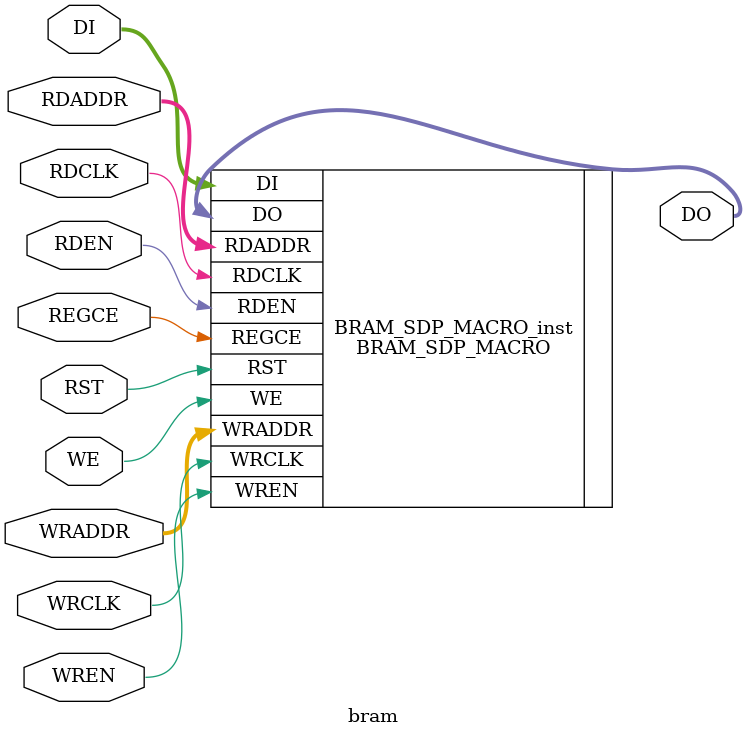
<source format=v>
`timescale 1ns / 1ps
module bram(
	input wire [7:0] DI,
	input wire [10:0] RDADDR,
	input wire RDCLK,
	input wire REGCE,
	input wire RST,
	input wire WE,
	input wire RDEN,
	input wire [10:0] WRADDR,
	input wire WRCLK,
	input wire WREN,
	output wire [7:0] DO
);

// BRAM_SDP_MACRO : In order to incorporate this function into the design,
//   Verilog   : the forllowing instance declaration needs to be placed
//  instance   : in the body of the design code.  The instance name
// declaration : (BRAM_SDP_MACRO_inst) and/or the port declarations within the
//    code     : parenthesis may be changed to properly reference and
//             : connect this function to the design.  All inputs
//             : and outputs must be connected.

//  <-----Cut code below this line---->

   // BRAM_SDP_MACRO: Simple Dual Port RAM
   //                 Spartan-6
   // Xilinx HDL Language Template, version 14.7
   
   ///////////////////////////////////////////////////////////////////////
   //  READ_WIDTH | BRAM_SIZE | READ Depth  | RDADDR Width |            //
   // WRITE_WIDTH |           | WRITE Depth | WRADDR Width |  WE Width  //
   // ============|===========|=============|==============|============//
   //    19-36    |  "18Kb"   |      512    |     9-bit    |    4-bit   //
   //    10-18    |  "18Kb"   |     1024    |    10-bit    |    2-bit   //
   //    10-18    |   "9Kb"   |      512    |     9-bit    |    2-bit   //
   //     5-9     |  "18Kb"   |     2048    |    11-bit    |    1-bit   //
   //     5-9     |   "9Kb"   |     1024    |    10-bit    |    1-bit   //
   //     3-4     |  "18Kb"   |     4096    |    12-bit    |    1-bit   //
   //     3-4     |   "9Kb"   |     2048    |    11-bit    |    1-bit   //
   //       2     |  "18Kb"   |     8192    |    13-bit    |    1-bit   //
   //       2     |  " 9Kb"   |     4096    |    12-bit    |    1-bit   //
   //       1     |  "18Kb"   |    16384    |    14-bit    |    1-bit   //
   //       1     |   "9Kb"   |     8192    |    13-bit    |    1-bit   //
   ///////////////////////////////////////////////////////////////////////

   BRAM_SDP_MACRO #(
      .BRAM_SIZE("18Kb"), // Target BRAM, "9Kb" or "18Kb" 
      .DEVICE("SPARTAN6"), // Target device: "VIRTEX5", "VIRTEX6", "SPARTAN6" 
      .WRITE_WIDTH(8),    // Valid values are 1-36
      .READ_WIDTH(8),     // Valid values are 1-36
      .DO_REG(1),         // Optional output register (0 or 1)
      .INIT_FILE ("NONE"),
      .SIM_COLLISION_CHECK ("ALL"), // Collision check enable "ALL", "WARNING_ONLY", 
                                    //   "GENERATE_X_ONLY" or "NONE" 
      .SRVAL(72'h000000000000000000), // Set/Reset value for port output
      .INIT(72'h000000000000000000),  // Initial values on output port
      .INIT_00(256'hfedc000000000000000000000000000000000000000000000000000000abcdef),
      .INIT_01(256'h0000000000000000000000000000000000000000000000000000000000000000),
      .INIT_02(256'h0000000000000000000000000000000000000000000000000000000000000000),
      .INIT_03(256'h0000000000000000000000000000000000000000000000000000000000000000),
      .INIT_04(256'h0000000000000000000000000000000000000000000000000000000000000000),
      .INIT_05(256'h0000000000000000000000000000000000000000000000000000000000000000),
      .INIT_06(256'h0000000000000000000000000000000000000000000000000000000000000000),
      .INIT_07(256'h0000000000000000000000000000000000000000000000000000000000000000),
      .INIT_08(256'h0000000000000000000000000000000000000000000000000000000000000000),
      .INIT_09(256'h0000000000000000000000000000000000000000000000000000000000000000),
      .INIT_0A(256'h0000000000000000000000000000000000000000000000000000000000000000),
      .INIT_0B(256'h0000000000000000000000000000000000000000000000000000000000000000),
      .INIT_0C(256'h0000000000000000000000000000000000000000000000000000000000000000),
      .INIT_0D(256'h0000000000000000000000000000000000000000000000000000000000000000),
      .INIT_0E(256'h0000000000000000000000000000000000000000000000000000000000000000),
      .INIT_0F(256'h0000000000000000000000000000000000000000000000000000000000000000),
      .INIT_10(256'h0000000000000000000000000000000000000000000000000000000000000000),
      .INIT_11(256'h0000000000000000000000000000000000000000000000000000000000000000),
      .INIT_12(256'h0000000000000000000000000000000000000000000000000000000000000000),
      .INIT_13(256'h0000000000000000000000000000000000000000000000000000000000000000),
      .INIT_14(256'h0000000000000000000000000000000000000000000000000000000000000000),
      .INIT_15(256'h0000000000000000000000000000000000000000000000000000000000000000),
      .INIT_16(256'h0000000000000000000000000000000000000000000000000000000000000000),
      .INIT_17(256'h0000000000000000000000000000000000000000000000000000000000000000),
      .INIT_18(256'h0000000000000000000000000000000000000000000000000000000000000000),
      .INIT_19(256'h0000000000000000000000000000000000000000000000000000000000000000),
      .INIT_1A(256'h0000000000000000000000000000000000000000000000000000000000000000),
      .INIT_1B(256'h0000000000000000000000000000000000000000000000000000000000000000),
      .INIT_1C(256'h0000000000000000000000000000000000000000000000000000000000000000),
      .INIT_1D(256'h0000000000000000000000000000000000000000000000000000000000000000),
      .INIT_1E(256'h0000000000000000000000000000000000000000000000000000000000000000),
      .INIT_1F(256'h0000000000000000000000000000000000000000000000000000000000000000),
            
      // The next set of INIT_xx are for "18Kb" configuration only
      .INIT_20(256'h0000000000000000000000000000000000000000000000000000000000000000),
      .INIT_21(256'h0000000000000000000000000000000000000000000000000000000000000000),
      .INIT_22(256'h0000000000000000000000000000000000000000000000000000000000000000),
      .INIT_23(256'h0000000000000000000000000000000000000000000000000000000000000000),
      .INIT_24(256'h0000000000000000000000000000000000000000000000000000000000000000),
      .INIT_25(256'h0000000000000000000000000000000000000000000000000000000000000000),
      .INIT_26(256'h0000000000000000000000000000000000000000000000000000000000000000),
      .INIT_27(256'h0000000000000000000000000000000000000000000000000000000000000000),
      .INIT_28(256'h0000000000000000000000000000000000000000000000000000000000000000),
      .INIT_29(256'h0000000000000000000000000000000000000000000000000000000000000000),
      .INIT_2A(256'h0000000000000000000000000000000000000000000000000000000000000000),
      .INIT_2B(256'h0000000000000000000000000000000000000000000000000000000000000000),
      .INIT_2C(256'h0000000000000000000000000000000000000000000000000000000000000000),
      .INIT_2D(256'h0000000000000000000000000000000000000000000000000000000000000000),
      .INIT_2E(256'h0000000000000000000000000000000000000000000000000000000000000000),
      .INIT_2F(256'h0000000000000000000000000000000000000000000000000000000000000000),
      .INIT_30(256'h0000000000000000000000000000000000000000000000000000000000000000),
      .INIT_31(256'h0000000000000000000000000000000000000000000000000000000000000000),
      .INIT_32(256'h0000000000000000000000000000000000000000000000000000000000000000),
      .INIT_33(256'h0000000000000000000000000000000000000000000000000000000000000000),
      .INIT_34(256'h0000000000000000000000000000000000000000000000000000000000000000),
      .INIT_35(256'h0000000000000000000000000000000000000000000000000000000000000000),
      .INIT_36(256'h0000000000000000000000000000000000000000000000000000000000000000),
      .INIT_37(256'h0000000000000000000000000000000000000000000000000000000000000000),
      .INIT_38(256'h0000000000000000000000000000000000000000000000000000000000000000),
      .INIT_39(256'h0000000000000000000000000000000000000000000000000000000000000000),
      .INIT_3A(256'h0000000000000000000000000000000000000000000000000000000000000000),
      .INIT_3B(256'h0000000000000000000000000000000000000000000000000000000000000000),
      .INIT_3C(256'h0000000000000000000000000000000000000000000000000000000000000000),
      .INIT_3D(256'h0000000000000000000000000000000000000000000000000000000000000000),
      .INIT_3E(256'h0000000000000000000000000000000000000000000000000000000000000000),
      .INIT_3F(256'h0000000000000000000000000000000000000000000000000000000000000000),
      
      // The next set of INITP_xx are for the parity bits
      .INITP_00(256'h0000000000000000000000000000000000000000000000000000000000000000),
      .INITP_01(256'h0000000000000000000000000000000000000000000000000000000000000000),
      .INITP_02(256'h0000000000000000000000000000000000000000000000000000000000000000),
      .INITP_03(256'h0000000000000000000000000000000000000000000000000000000000000000),
            
      // The next set of INITP_xx are for "18Kb" configuration only
      .INITP_04(256'h0000000000000000000000000000000000000000000000000000000000000000),
      .INITP_05(256'h0000000000000000000000000000000000000000000000000000000000000000),
      .INITP_06(256'h0000000000000000000000000000000000000000000000000000000000000000),
      .INITP_07(256'h0000000000000000000000000000000000000000000000000000000000000000)
   ) BRAM_SDP_MACRO_inst (
      .DO(DO),         // Output read data port, width defined by READ_WIDTH parameter
      .DI(DI),         // Input write data port, width defined by WRITE_WIDTH parameter
      .RDADDR(RDADDR), // Input read address, width defined by read port depth
      .RDCLK(RDCLK),   // 1-bit input read clock
      .RDEN(RDEN),     // 1-bit input read port enable
      .REGCE(REGCE),   // 1-bit input read output register enable
      .RST(RST),       // 1-bit input reset      
      .WE(WE),         // Input write enable, width defined by write port depth
      .WRADDR(WRADDR), // Input write address, width defined by write port depth
      .WRCLK(WRCLK),   // 1-bit input write clock
      .WREN(WREN)      // 1-bit input write port enable
   );

   // End of BRAM_SDP_MACRO_inst instantiation
				

endmodule

</source>
